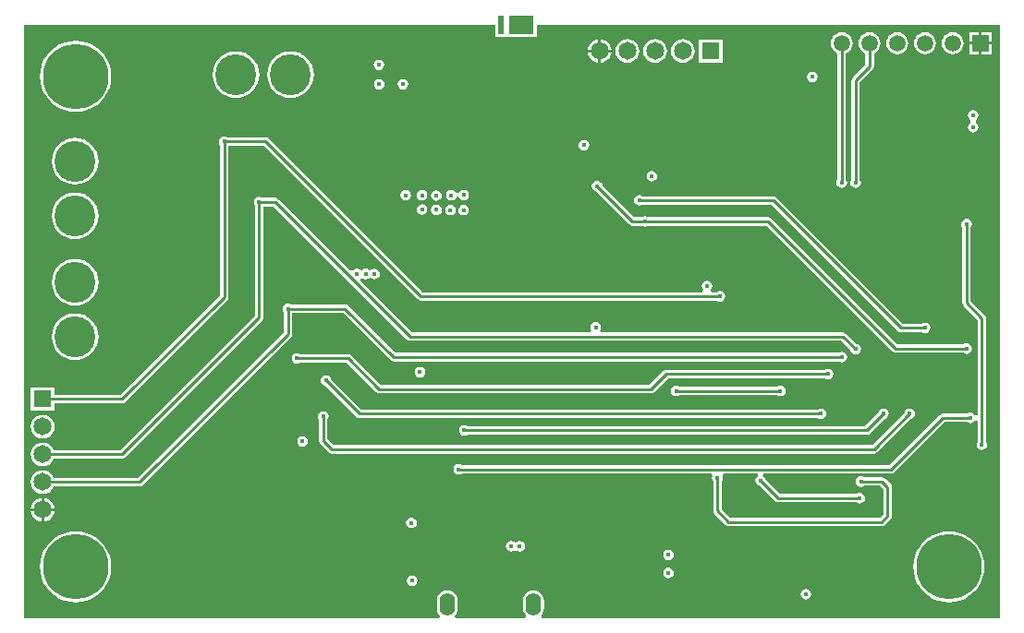
<source format=gbr>
%TF.GenerationSoftware,Altium Limited,Altium Designer,23.5.1 (21)*%
G04 Layer_Physical_Order=4*
G04 Layer_Color=16711680*
%FSLAX45Y45*%
%MOMM*%
%TF.SameCoordinates,4795B1C9-752B-4E01-904C-9C7CC4A01C22*%
%TF.FilePolarity,Positive*%
%TF.FileFunction,Copper,L4,Bot,Signal*%
%TF.Part,Single*%
G01*
G75*
%TA.AperFunction,Conductor*%
%ADD11C,0.25400*%
%TA.AperFunction,NonConductor*%
%ADD43R,0.50800X1.77800*%
%TA.AperFunction,ComponentPad*%
%ADD45C,0.46000*%
%ADD46C,1.65000*%
%ADD47R,1.65000X1.65000*%
G04:AMPARAMS|DCode=48|XSize=2.1mm|YSize=1.4mm|CornerRadius=0.7mm|HoleSize=0mm|Usage=FLASHONLY|Rotation=90.000|XOffset=0mm|YOffset=0mm|HoleType=Round|Shape=RoundedRectangle|*
%AMROUNDEDRECTD48*
21,1,2.10000,0.00000,0,0,90.0*
21,1,0.70000,1.40000,0,0,90.0*
1,1,1.40000,0.00000,0.35000*
1,1,1.40000,0.00000,-0.35000*
1,1,1.40000,0.00000,-0.35000*
1,1,1.40000,0.00000,0.35000*
%
%ADD48ROUNDEDRECTD48*%
%ADD49C,6.00000*%
%ADD50C,1.50000*%
%ADD51R,1.50000X1.50000*%
%ADD52C,3.75000*%
%ADD53R,1.65000X1.65000*%
%TA.AperFunction,ViaPad*%
%ADD54C,0.45000*%
%TA.AperFunction,Conductor*%
%ADD58R,2.28600X1.77800*%
G36*
X8969414Y30586D02*
X4772403D01*
X4765949Y44181D01*
X4764677Y50906D01*
X4778782Y69288D01*
X4788395Y92495D01*
X4791673Y117400D01*
Y187400D01*
X4788395Y212305D01*
X4778782Y235512D01*
X4763490Y255440D01*
X4743562Y270732D01*
X4720355Y280345D01*
X4695450Y283623D01*
X4670546Y280345D01*
X4647338Y270732D01*
X4627410Y255440D01*
X4612119Y235512D01*
X4602506Y212305D01*
X4599227Y187400D01*
Y117400D01*
X4602506Y92495D01*
X4612119Y69288D01*
X4626223Y50906D01*
X4624951Y44181D01*
X4618497Y30586D01*
X3982404D01*
X3975949Y44181D01*
X3974677Y50906D01*
X3988782Y69288D01*
X3998395Y92495D01*
X4001673Y117400D01*
Y187400D01*
X3998395Y212305D01*
X3988782Y235512D01*
X3973490Y255440D01*
X3953562Y270732D01*
X3930355Y280345D01*
X3905450Y283623D01*
X3880546Y280345D01*
X3857338Y270732D01*
X3837410Y255440D01*
X3822119Y235512D01*
X3812506Y212305D01*
X3809227Y187400D01*
Y117400D01*
X3812506Y92495D01*
X3822119Y69288D01*
X3836223Y50906D01*
X3834951Y44181D01*
X3828497Y30586D01*
X30586D01*
Y5469413D01*
X4342902D01*
Y5384800D01*
X4343400Y5382298D01*
Y5359400D01*
X4366298D01*
X4368800Y5358902D01*
X4419600D01*
X4422102Y5359400D01*
X4724400D01*
Y5469413D01*
X8969414D01*
Y30586D01*
D02*
G37*
%LPC*%
G36*
X8890010Y5403920D02*
X8802312D01*
Y5316220D01*
X8890010D01*
Y5403920D01*
D02*
G37*
G36*
X8776912D02*
X8689210D01*
Y5316220D01*
X8776912D01*
Y5403920D01*
D02*
G37*
G36*
X5313680Y5339559D02*
Y5245100D01*
X5408139D01*
X5406103Y5260568D01*
X5395231Y5286815D01*
X5377935Y5309355D01*
X5355395Y5326651D01*
X5329148Y5337523D01*
X5313680Y5339559D01*
D02*
G37*
G36*
X5288280D02*
X5272812Y5337523D01*
X5246565Y5326651D01*
X5224025Y5309355D01*
X5206729Y5286815D01*
X5195857Y5260568D01*
X5193821Y5245100D01*
X5288280D01*
Y5339559D01*
D02*
G37*
G36*
X8890010Y5290820D02*
X8802312D01*
Y5203120D01*
X8890010D01*
Y5290820D01*
D02*
G37*
G36*
X8776912D02*
X8689210D01*
Y5203120D01*
X8776912D01*
Y5290820D01*
D02*
G37*
G36*
X8535610Y5404786D02*
X8509401Y5401336D01*
X8484977Y5391219D01*
X8464004Y5375126D01*
X8447911Y5354153D01*
X8437795Y5329730D01*
X8434344Y5303520D01*
X8437795Y5277310D01*
X8447911Y5252887D01*
X8464004Y5231914D01*
X8484977Y5215821D01*
X8509401Y5205704D01*
X8535610Y5202254D01*
X8561820Y5205704D01*
X8586243Y5215821D01*
X8607216Y5231914D01*
X8623309Y5252887D01*
X8633426Y5277310D01*
X8636877Y5303520D01*
X8633426Y5329730D01*
X8623309Y5354153D01*
X8607216Y5375126D01*
X8586243Y5391219D01*
X8561820Y5401336D01*
X8535610Y5404786D01*
D02*
G37*
G36*
X8281610D02*
X8255401Y5401336D01*
X8230977Y5391219D01*
X8210004Y5375126D01*
X8193911Y5354153D01*
X8183795Y5329730D01*
X8180344Y5303520D01*
X8183795Y5277310D01*
X8193911Y5252887D01*
X8210004Y5231914D01*
X8230977Y5215821D01*
X8255401Y5205704D01*
X8281610Y5202254D01*
X8307820Y5205704D01*
X8332243Y5215821D01*
X8353216Y5231914D01*
X8369309Y5252887D01*
X8379426Y5277310D01*
X8382877Y5303520D01*
X8379426Y5329730D01*
X8369309Y5354153D01*
X8353216Y5375126D01*
X8332243Y5391219D01*
X8307820Y5401336D01*
X8281610Y5404786D01*
D02*
G37*
G36*
X8027610D02*
X8001401Y5401336D01*
X7976977Y5391219D01*
X7956004Y5375126D01*
X7939911Y5354153D01*
X7929795Y5329730D01*
X7926344Y5303520D01*
X7929795Y5277310D01*
X7939911Y5252887D01*
X7956004Y5231914D01*
X7976977Y5215821D01*
X8001401Y5205704D01*
X8027610Y5202254D01*
X8053820Y5205704D01*
X8078243Y5215821D01*
X8099216Y5231914D01*
X8115309Y5252887D01*
X8125426Y5277310D01*
X8128877Y5303520D01*
X8125426Y5329730D01*
X8115309Y5354153D01*
X8099216Y5375126D01*
X8078243Y5391219D01*
X8053820Y5401336D01*
X8027610Y5404786D01*
D02*
G37*
G36*
X5408139Y5219700D02*
X5313680D01*
Y5125241D01*
X5329148Y5127277D01*
X5355395Y5138149D01*
X5377935Y5155445D01*
X5395231Y5177985D01*
X5406103Y5204232D01*
X5408139Y5219700D01*
D02*
G37*
G36*
X5288280D02*
X5193821D01*
X5195857Y5204232D01*
X5206729Y5177985D01*
X5224025Y5155445D01*
X5246565Y5138149D01*
X5272812Y5127277D01*
X5288280Y5125241D01*
Y5219700D01*
D02*
G37*
G36*
X6424880Y5340300D02*
X6209080D01*
Y5124500D01*
X6424880D01*
Y5340300D01*
D02*
G37*
G36*
X6062980Y5341231D02*
X6034812Y5337523D01*
X6008565Y5326651D01*
X5986025Y5309355D01*
X5968729Y5286815D01*
X5957857Y5260568D01*
X5954149Y5232400D01*
X5957857Y5204232D01*
X5968729Y5177985D01*
X5986025Y5155445D01*
X6008565Y5138149D01*
X6034812Y5127277D01*
X6062980Y5123569D01*
X6091148Y5127277D01*
X6117395Y5138149D01*
X6139935Y5155445D01*
X6157231Y5177985D01*
X6168103Y5204232D01*
X6171811Y5232400D01*
X6168103Y5260568D01*
X6157231Y5286815D01*
X6139935Y5309355D01*
X6117395Y5326651D01*
X6091148Y5337523D01*
X6062980Y5341231D01*
D02*
G37*
G36*
X5808980D02*
X5780812Y5337523D01*
X5754565Y5326651D01*
X5732025Y5309355D01*
X5714729Y5286815D01*
X5703857Y5260568D01*
X5700149Y5232400D01*
X5703857Y5204232D01*
X5714729Y5177985D01*
X5732025Y5155445D01*
X5754565Y5138149D01*
X5780812Y5127277D01*
X5808980Y5123569D01*
X5837148Y5127277D01*
X5863395Y5138149D01*
X5885935Y5155445D01*
X5903231Y5177985D01*
X5914103Y5204232D01*
X5917811Y5232400D01*
X5914103Y5260568D01*
X5903231Y5286815D01*
X5885935Y5309355D01*
X5863395Y5326651D01*
X5837148Y5337523D01*
X5808980Y5341231D01*
D02*
G37*
G36*
X5554980D02*
X5526812Y5337523D01*
X5500565Y5326651D01*
X5478025Y5309355D01*
X5460729Y5286815D01*
X5449857Y5260568D01*
X5446149Y5232400D01*
X5449857Y5204232D01*
X5460729Y5177985D01*
X5478025Y5155445D01*
X5500565Y5138149D01*
X5526812Y5127277D01*
X5554980Y5123569D01*
X5583148Y5127277D01*
X5609395Y5138149D01*
X5631935Y5155445D01*
X5649231Y5177985D01*
X5660103Y5204232D01*
X5663811Y5232400D01*
X5660103Y5260568D01*
X5649231Y5286815D01*
X5631935Y5309355D01*
X5609395Y5326651D01*
X5583148Y5337523D01*
X5554980Y5341231D01*
D02*
G37*
G36*
X3278853Y5154238D02*
X3260164Y5150521D01*
X3244320Y5139934D01*
X3233733Y5124090D01*
X3230015Y5105400D01*
X3233733Y5086710D01*
X3244320Y5070866D01*
X3260164Y5060279D01*
X3278853Y5056562D01*
X3297543Y5060279D01*
X3313387Y5070866D01*
X3323974Y5086710D01*
X3327692Y5105400D01*
X3323974Y5124090D01*
X3313387Y5139934D01*
X3297543Y5150521D01*
X3278853Y5154238D01*
D02*
G37*
G36*
X7249160Y5042478D02*
X7230470Y5038761D01*
X7214626Y5028174D01*
X7204039Y5012330D01*
X7200322Y4993640D01*
X7204039Y4974950D01*
X7214626Y4959106D01*
X7230470Y4948519D01*
X7249160Y4944802D01*
X7267850Y4948519D01*
X7283694Y4959106D01*
X7294281Y4974950D01*
X7297998Y4993640D01*
X7294281Y5012330D01*
X7283694Y5028174D01*
X7267850Y5038761D01*
X7249160Y5042478D01*
D02*
G37*
G36*
X3499588Y4976438D02*
X3480898Y4972721D01*
X3465054Y4962134D01*
X3454467Y4946290D01*
X3450749Y4927600D01*
X3454467Y4908910D01*
X3465054Y4893066D01*
X3480898Y4882479D01*
X3499588Y4878762D01*
X3518277Y4882479D01*
X3534121Y4893066D01*
X3544708Y4908910D01*
X3548426Y4927600D01*
X3544708Y4946290D01*
X3534121Y4962134D01*
X3518277Y4972721D01*
X3499588Y4976438D01*
D02*
G37*
G36*
X3281107D02*
X3262417Y4972721D01*
X3246573Y4962134D01*
X3235986Y4946290D01*
X3232269Y4927600D01*
X3235986Y4908910D01*
X3246573Y4893066D01*
X3262417Y4882479D01*
X3281107Y4878762D01*
X3299797Y4882479D01*
X3315641Y4893066D01*
X3326228Y4908910D01*
X3329945Y4927600D01*
X3326228Y4946290D01*
X3315641Y4962134D01*
X3299797Y4972721D01*
X3281107Y4976438D01*
D02*
G37*
G36*
X2468500Y5230430D02*
X2426764Y5226319D01*
X2386633Y5214146D01*
X2349647Y5194376D01*
X2317229Y5167771D01*
X2290624Y5135353D01*
X2270854Y5098368D01*
X2258681Y5058236D01*
X2254570Y5016500D01*
X2258681Y4974764D01*
X2270854Y4934632D01*
X2290624Y4897647D01*
X2317229Y4865229D01*
X2349647Y4838624D01*
X2386633Y4818854D01*
X2426764Y4806681D01*
X2468500Y4802570D01*
X2510236Y4806681D01*
X2550368Y4818854D01*
X2587353Y4838624D01*
X2619771Y4865229D01*
X2646376Y4897647D01*
X2666146Y4934632D01*
X2678320Y4974764D01*
X2682430Y5016500D01*
X2678320Y5058236D01*
X2666146Y5098368D01*
X2646376Y5135353D01*
X2619771Y5167771D01*
X2587353Y5194376D01*
X2550368Y5214146D01*
X2510236Y5226319D01*
X2468500Y5230430D01*
D02*
G37*
G36*
X1968500D02*
X1926764Y5226319D01*
X1886632Y5214146D01*
X1849647Y5194376D01*
X1817229Y5167771D01*
X1790624Y5135353D01*
X1770854Y5098368D01*
X1758681Y5058236D01*
X1754570Y5016500D01*
X1758681Y4974764D01*
X1770854Y4934632D01*
X1790624Y4897647D01*
X1817229Y4865229D01*
X1849647Y4838624D01*
X1886632Y4818854D01*
X1926764Y4806681D01*
X1968500Y4802570D01*
X2010236Y4806681D01*
X2050368Y4818854D01*
X2087353Y4838624D01*
X2119771Y4865229D01*
X2146376Y4897647D01*
X2166146Y4934632D01*
X2178319Y4974764D01*
X2182430Y5016500D01*
X2178319Y5058236D01*
X2166146Y5098368D01*
X2146376Y5135353D01*
X2119771Y5167771D01*
X2087353Y5194376D01*
X2050368Y5214146D01*
X2010236Y5226319D01*
X1968500Y5230430D01*
D02*
G37*
G36*
X500000Y5326406D02*
X448939Y5322387D01*
X399135Y5310431D01*
X351815Y5290830D01*
X308143Y5264068D01*
X269196Y5230804D01*
X235932Y5191857D01*
X209170Y5148185D01*
X189569Y5100865D01*
X177613Y5051061D01*
X173594Y5000000D01*
X177613Y4948939D01*
X189569Y4899135D01*
X209170Y4851815D01*
X235932Y4808143D01*
X269196Y4769196D01*
X308143Y4735932D01*
X351815Y4709170D01*
X399135Y4689569D01*
X448939Y4677612D01*
X500000Y4673594D01*
X551061Y4677612D01*
X600865Y4689569D01*
X648185Y4709170D01*
X691857Y4735932D01*
X730804Y4769196D01*
X764068Y4808143D01*
X790830Y4851815D01*
X810431Y4899135D01*
X822387Y4948939D01*
X826406Y5000000D01*
X822387Y5051061D01*
X810431Y5100865D01*
X790830Y5148185D01*
X764068Y5191857D01*
X730804Y5230804D01*
X691857Y5264068D01*
X648185Y5290830D01*
X600865Y5310431D01*
X551061Y5322387D01*
X500000Y5326406D01*
D02*
G37*
G36*
X8721889Y4689418D02*
X8703200Y4685701D01*
X8687355Y4675114D01*
X8676769Y4659270D01*
X8673051Y4640580D01*
X8676769Y4621890D01*
X8687355Y4606046D01*
X8698605Y4598529D01*
X8700083Y4592255D01*
Y4582225D01*
X8698605Y4575951D01*
X8687355Y4568434D01*
X8676769Y4552590D01*
X8673051Y4533900D01*
X8676769Y4515210D01*
X8687355Y4499366D01*
X8703200Y4488779D01*
X8721889Y4485062D01*
X8740579Y4488779D01*
X8756423Y4499366D01*
X8767010Y4515210D01*
X8770728Y4533900D01*
X8767010Y4552590D01*
X8756423Y4568434D01*
X8745174Y4575951D01*
X8743696Y4582225D01*
Y4592255D01*
X8745174Y4598529D01*
X8756423Y4606046D01*
X8767010Y4621890D01*
X8770728Y4640580D01*
X8767010Y4659270D01*
X8756423Y4675114D01*
X8740579Y4685701D01*
X8721889Y4689418D01*
D02*
G37*
G36*
X5156200Y4417638D02*
X5137510Y4413921D01*
X5121666Y4403334D01*
X5111079Y4387490D01*
X5107362Y4368800D01*
X5111079Y4350110D01*
X5121666Y4334266D01*
X5137510Y4323679D01*
X5156200Y4319962D01*
X5174890Y4323679D01*
X5190734Y4334266D01*
X5201321Y4350110D01*
X5205038Y4368800D01*
X5201321Y4387490D01*
X5190734Y4403334D01*
X5174890Y4413921D01*
X5156200Y4417638D01*
D02*
G37*
G36*
X5778400Y4133138D02*
X5759710Y4129421D01*
X5743866Y4118834D01*
X5733279Y4102990D01*
X5729562Y4084300D01*
X5733279Y4065610D01*
X5743866Y4049766D01*
X5759710Y4039179D01*
X5778400Y4035462D01*
X5797089Y4039179D01*
X5812934Y4049766D01*
X5823521Y4065610D01*
X5827238Y4084300D01*
X5823521Y4102990D01*
X5812934Y4118834D01*
X5797089Y4129421D01*
X5778400Y4133138D01*
D02*
G37*
G36*
X495300Y4435030D02*
X453564Y4430920D01*
X413432Y4418746D01*
X376447Y4398976D01*
X344029Y4372371D01*
X317424Y4339953D01*
X297654Y4302968D01*
X285481Y4262836D01*
X281370Y4221100D01*
X285481Y4179364D01*
X297654Y4139233D01*
X317424Y4102247D01*
X344029Y4069829D01*
X376447Y4043224D01*
X413432Y4023454D01*
X453564Y4011281D01*
X495300Y4007170D01*
X537036Y4011281D01*
X577168Y4023454D01*
X614153Y4043224D01*
X646571Y4069829D01*
X673176Y4102247D01*
X692946Y4139233D01*
X705119Y4179364D01*
X709230Y4221100D01*
X705119Y4262836D01*
X692946Y4302968D01*
X673176Y4339953D01*
X646571Y4372371D01*
X614153Y4398976D01*
X577168Y4418746D01*
X537036Y4430920D01*
X495300Y4435030D01*
D02*
G37*
G36*
X7773610Y5404786D02*
X7747401Y5401336D01*
X7722977Y5391219D01*
X7702004Y5375126D01*
X7685911Y5354153D01*
X7675795Y5329730D01*
X7672344Y5303520D01*
X7675795Y5277310D01*
X7685911Y5252887D01*
X7702004Y5231914D01*
X7722977Y5215821D01*
X7734764Y5210939D01*
Y5104921D01*
X7617931Y4988089D01*
X7609511Y4975486D01*
X7606553Y4960620D01*
Y4053416D01*
X7600279Y4044026D01*
X7596562Y4025336D01*
X7600279Y4006647D01*
X7610866Y3990802D01*
X7626710Y3980215D01*
X7645400Y3976498D01*
X7664090Y3980215D01*
X7679934Y3990802D01*
X7690521Y4006647D01*
X7694238Y4025336D01*
X7690521Y4044026D01*
X7684247Y4053416D01*
Y4944529D01*
X7801079Y5061362D01*
X7809500Y5073964D01*
X7812457Y5088830D01*
Y5210939D01*
X7824243Y5215821D01*
X7845216Y5231914D01*
X7861309Y5252887D01*
X7871426Y5277310D01*
X7874877Y5303520D01*
X7871426Y5329730D01*
X7861309Y5354153D01*
X7845216Y5375126D01*
X7824243Y5391219D01*
X7799820Y5401336D01*
X7773610Y5404786D01*
D02*
G37*
G36*
X7519610D02*
X7493401Y5401336D01*
X7468977Y5391219D01*
X7448004Y5375126D01*
X7431911Y5354153D01*
X7421795Y5329730D01*
X7418344Y5303520D01*
X7421795Y5277310D01*
X7431911Y5252887D01*
X7448004Y5231914D01*
X7468977Y5215821D01*
X7480159Y5211189D01*
Y4054321D01*
X7473279Y4044026D01*
X7469562Y4025336D01*
X7473279Y4006647D01*
X7483866Y3990802D01*
X7499710Y3980215D01*
X7518400Y3976498D01*
X7537090Y3980215D01*
X7552934Y3990802D01*
X7563521Y4006647D01*
X7567238Y4025336D01*
X7563521Y4044026D01*
X7557852Y4052510D01*
Y5210688D01*
X7570243Y5215821D01*
X7591216Y5231914D01*
X7607309Y5252887D01*
X7617426Y5277310D01*
X7620877Y5303520D01*
X7617426Y5329730D01*
X7607309Y5354153D01*
X7591216Y5375126D01*
X7570243Y5391219D01*
X7545820Y5401336D01*
X7519610Y5404786D01*
D02*
G37*
G36*
X4053840Y3959640D02*
X4035150Y3955923D01*
X4019306Y3945336D01*
X4008719Y3929492D01*
X4008146Y3926609D01*
X3987428D01*
X3987201Y3927750D01*
X3976614Y3943594D01*
X3960770Y3954181D01*
X3942080Y3957898D01*
X3923390Y3954181D01*
X3907546Y3943594D01*
X3896959Y3927750D01*
X3893242Y3909060D01*
X3896959Y3890370D01*
X3907546Y3874526D01*
X3923390Y3863939D01*
X3942080Y3860222D01*
X3960770Y3863939D01*
X3976614Y3874526D01*
X3987201Y3890370D01*
X3987774Y3893253D01*
X4008492D01*
X4008719Y3892112D01*
X4019306Y3876268D01*
X4035150Y3865681D01*
X4053840Y3861964D01*
X4072530Y3865681D01*
X4088374Y3876268D01*
X4098961Y3892112D01*
X4102678Y3910802D01*
X4098961Y3929492D01*
X4088374Y3945336D01*
X4072530Y3955923D01*
X4053840Y3959640D01*
D02*
G37*
G36*
X3672840Y3957898D02*
X3654150Y3954181D01*
X3638306Y3943594D01*
X3627719Y3927750D01*
X3624002Y3909060D01*
X3627719Y3890370D01*
X3638306Y3874526D01*
X3654150Y3863939D01*
X3672840Y3860222D01*
X3691530Y3863939D01*
X3707374Y3874526D01*
X3717961Y3890370D01*
X3721678Y3909060D01*
X3717961Y3927750D01*
X3707374Y3943594D01*
X3691530Y3954181D01*
X3672840Y3957898D01*
D02*
G37*
G36*
X3522980D02*
X3504290Y3954181D01*
X3488446Y3943594D01*
X3477859Y3927750D01*
X3474142Y3909060D01*
X3477859Y3890370D01*
X3488446Y3874526D01*
X3504290Y3863939D01*
X3522980Y3860222D01*
X3541670Y3863939D01*
X3557514Y3874526D01*
X3568101Y3890370D01*
X3571818Y3909060D01*
X3568101Y3927750D01*
X3557514Y3943594D01*
X3541670Y3954181D01*
X3522980Y3957898D01*
D02*
G37*
G36*
X3804920Y3955358D02*
X3786230Y3951641D01*
X3770386Y3941054D01*
X3759799Y3925210D01*
X3756082Y3906520D01*
X3759799Y3887830D01*
X3770386Y3871986D01*
X3786230Y3861399D01*
X3804920Y3857682D01*
X3823610Y3861399D01*
X3839454Y3871986D01*
X3850041Y3887830D01*
X3853758Y3906520D01*
X3850041Y3925210D01*
X3839454Y3941054D01*
X3823610Y3951641D01*
X3804920Y3955358D01*
D02*
G37*
G36*
X3672840Y3826632D02*
X3654150Y3822915D01*
X3638306Y3812328D01*
X3627719Y3796483D01*
X3624002Y3777794D01*
X3627719Y3759104D01*
X3638306Y3743260D01*
X3654150Y3732673D01*
X3672840Y3728955D01*
X3691530Y3732673D01*
X3707374Y3743260D01*
X3717961Y3759104D01*
X3721678Y3777794D01*
X3717961Y3796483D01*
X3707374Y3812328D01*
X3691530Y3822915D01*
X3672840Y3826632D01*
D02*
G37*
G36*
X3804920Y3823278D02*
X3786230Y3819561D01*
X3770386Y3808974D01*
X3759799Y3793130D01*
X3756082Y3774440D01*
X3759799Y3755750D01*
X3770386Y3739906D01*
X3786230Y3729319D01*
X3804920Y3725602D01*
X3823610Y3729319D01*
X3839454Y3739906D01*
X3850041Y3755750D01*
X3853758Y3774440D01*
X3850041Y3793130D01*
X3839454Y3808974D01*
X3823610Y3819561D01*
X3804920Y3823278D01*
D02*
G37*
G36*
X4053840Y3821236D02*
X4035150Y3817518D01*
X4019306Y3806931D01*
X4008719Y3791087D01*
X4005002Y3772398D01*
X4008719Y3753708D01*
X4019306Y3737864D01*
X4035150Y3727277D01*
X4053840Y3723559D01*
X4072530Y3727277D01*
X4088374Y3737864D01*
X4098961Y3753708D01*
X4102678Y3772398D01*
X4098961Y3791087D01*
X4088374Y3806931D01*
X4072530Y3817518D01*
X4053840Y3821236D01*
D02*
G37*
G36*
X3934460D02*
X3915770Y3817518D01*
X3899926Y3806931D01*
X3889339Y3791087D01*
X3885622Y3772398D01*
X3889339Y3753708D01*
X3899926Y3737864D01*
X3915770Y3727277D01*
X3934460Y3723559D01*
X3953150Y3727277D01*
X3968994Y3737864D01*
X3979581Y3753708D01*
X3983298Y3772398D01*
X3979581Y3791087D01*
X3968994Y3806931D01*
X3953150Y3817518D01*
X3934460Y3821236D01*
D02*
G37*
G36*
X495300Y3935030D02*
X453564Y3930919D01*
X413432Y3918746D01*
X376447Y3898976D01*
X344029Y3872371D01*
X317424Y3839953D01*
X297654Y3802968D01*
X285481Y3762836D01*
X281370Y3721100D01*
X285481Y3679364D01*
X297654Y3639232D01*
X317424Y3602247D01*
X344029Y3569829D01*
X376447Y3543224D01*
X413432Y3523454D01*
X453564Y3511281D01*
X495300Y3507170D01*
X537036Y3511281D01*
X577168Y3523454D01*
X614153Y3543224D01*
X646571Y3569829D01*
X673176Y3602247D01*
X692946Y3639232D01*
X705119Y3679364D01*
X709230Y3721100D01*
X705119Y3762836D01*
X692946Y3802968D01*
X673176Y3839953D01*
X646571Y3872371D01*
X614153Y3898976D01*
X577168Y3918746D01*
X537036Y3930919D01*
X495300Y3935030D01*
D02*
G37*
G36*
X2181800Y3894338D02*
X2163110Y3890621D01*
X2147266Y3880034D01*
X2136679Y3864190D01*
X2132962Y3845500D01*
X2136679Y3826810D01*
X2142954Y3817420D01*
Y2807491D01*
X905459Y1569997D01*
X298349D01*
X291901Y1585566D01*
X274605Y1608105D01*
X252066Y1625401D01*
X225818Y1636273D01*
X197650Y1639981D01*
X169483Y1636273D01*
X143235Y1625401D01*
X120695Y1608105D01*
X103400Y1585566D01*
X92527Y1559318D01*
X88819Y1531150D01*
X92527Y1502983D01*
X103400Y1476735D01*
X120695Y1454195D01*
X143235Y1436900D01*
X169483Y1426027D01*
X197650Y1422319D01*
X225818Y1426027D01*
X252066Y1436900D01*
X274605Y1454195D01*
X291901Y1476735D01*
X298349Y1492304D01*
X921550D01*
X936416Y1495261D01*
X949019Y1503682D01*
X2209269Y2763931D01*
X2217689Y2776534D01*
X2220647Y2791400D01*
Y3806654D01*
X2313808D01*
X3536450Y2584011D01*
X3549053Y2575590D01*
X3563919Y2572633D01*
X7514649D01*
X7598076Y2489207D01*
X7600279Y2478130D01*
X7610866Y2462286D01*
X7626710Y2451699D01*
X7645400Y2447982D01*
X7664090Y2451699D01*
X7679934Y2462286D01*
X7690521Y2478130D01*
X7694238Y2496820D01*
X7690521Y2515510D01*
X7679934Y2531354D01*
X7664090Y2541941D01*
X7653013Y2544144D01*
X7558209Y2638948D01*
X7545606Y2647369D01*
X7530740Y2650326D01*
X5314379D01*
X5304620Y2670646D01*
X5310062Y2678790D01*
X5313779Y2697480D01*
X5310062Y2716170D01*
X5299475Y2732014D01*
X5283631Y2742601D01*
X5264941Y2746318D01*
X5246251Y2742601D01*
X5230407Y2732014D01*
X5219820Y2716170D01*
X5216103Y2697480D01*
X5219820Y2678790D01*
X5225262Y2670646D01*
X5215503Y2650326D01*
X3580009D01*
X3106448Y3123888D01*
X3109937Y3144114D01*
X3126859Y3149529D01*
X3137260Y3142579D01*
X3155949Y3138862D01*
X3174639Y3142579D01*
X3181985Y3147488D01*
X3203966Y3151166D01*
X3219810Y3140579D01*
X3238500Y3136862D01*
X3257190Y3140579D01*
X3273034Y3151166D01*
X3283621Y3167010D01*
X3287338Y3185700D01*
X3283621Y3204390D01*
X3273034Y3220234D01*
X3257190Y3230821D01*
X3238500Y3234538D01*
X3219810Y3230821D01*
X3212464Y3225912D01*
X3190483Y3222234D01*
X3174639Y3232821D01*
X3155949Y3236538D01*
X3137260Y3232821D01*
X3128991Y3227295D01*
X3114675Y3223854D01*
X3100359Y3227295D01*
X3092090Y3232821D01*
X3073400Y3236538D01*
X3054710Y3232821D01*
X3038866Y3222234D01*
X3038054Y3221019D01*
X3011894Y3218442D01*
X2357367Y3872969D01*
X2344764Y3881389D01*
X2329899Y3884347D01*
X2209880D01*
X2200490Y3890621D01*
X2181800Y3894338D01*
D02*
G37*
G36*
X1860910Y4450059D02*
X1842221Y4446342D01*
X1826377Y4435755D01*
X1815790Y4419910D01*
X1812072Y4401221D01*
X1815790Y4382531D01*
X1822064Y4373141D01*
Y2989051D01*
X911009Y2077997D01*
X305550D01*
Y2147050D01*
X89750D01*
Y1931250D01*
X305550D01*
Y2000304D01*
X927100D01*
X941966Y2003261D01*
X954569Y2011682D01*
X1888379Y2945492D01*
X1896800Y2958095D01*
X1899757Y2972961D01*
Y4362374D01*
X2224789D01*
X3634131Y2953031D01*
X3646734Y2944611D01*
X3661600Y2941654D01*
X6372720D01*
X6382110Y2935379D01*
X6400800Y2931662D01*
X6419490Y2935379D01*
X6435334Y2945966D01*
X6445921Y2961810D01*
X6449638Y2980500D01*
X6445921Y2999190D01*
X6435334Y3015034D01*
X6419490Y3025621D01*
X6400800Y3029338D01*
X6382110Y3025621D01*
X6372720Y3019347D01*
X6325508D01*
X6319194Y3039566D01*
X6329781Y3055410D01*
X6333498Y3074100D01*
X6329781Y3092790D01*
X6319194Y3108634D01*
X6303350Y3119221D01*
X6284660Y3122938D01*
X6265970Y3119221D01*
X6250126Y3108634D01*
X6239539Y3092790D01*
X6235822Y3074100D01*
X6239539Y3055410D01*
X6250126Y3039566D01*
X6243812Y3019347D01*
X3677691D01*
X2268348Y4428689D01*
X2255745Y4437110D01*
X2240879Y4440067D01*
X1888990D01*
X1879600Y4446342D01*
X1860910Y4450059D01*
D02*
G37*
G36*
X495300Y3325430D02*
X453564Y3321319D01*
X413432Y3309146D01*
X376447Y3289376D01*
X344029Y3262771D01*
X317424Y3230353D01*
X297654Y3193368D01*
X285481Y3153236D01*
X281370Y3111500D01*
X285481Y3069764D01*
X297654Y3029632D01*
X317424Y2992647D01*
X344029Y2960229D01*
X376447Y2933624D01*
X413432Y2913854D01*
X453564Y2901681D01*
X495300Y2897570D01*
X537036Y2901681D01*
X577168Y2913854D01*
X614153Y2933624D01*
X646571Y2960229D01*
X673176Y2992647D01*
X692946Y3029632D01*
X705119Y3069764D01*
X709230Y3111500D01*
X705119Y3153236D01*
X692946Y3193368D01*
X673176Y3230353D01*
X646571Y3262771D01*
X614153Y3289376D01*
X577168Y3309146D01*
X537036Y3321319D01*
X495300Y3325430D01*
D02*
G37*
G36*
X5664100Y3911135D02*
X5645410Y3907418D01*
X5629566Y3896831D01*
X5618979Y3880987D01*
X5615262Y3862297D01*
X5618979Y3843608D01*
X5629566Y3827763D01*
X5645410Y3817176D01*
X5664100Y3813459D01*
X5682789Y3817176D01*
X5692180Y3823451D01*
X6875972D01*
X8034491Y2664931D01*
X8047094Y2656511D01*
X8061960Y2653553D01*
X8252320D01*
X8261710Y2647279D01*
X8280400Y2643562D01*
X8299090Y2647279D01*
X8314934Y2657866D01*
X8325521Y2673710D01*
X8329238Y2692400D01*
X8325521Y2711090D01*
X8314934Y2726934D01*
X8299090Y2737521D01*
X8280400Y2741238D01*
X8261710Y2737521D01*
X8252320Y2731247D01*
X8078051D01*
X6919532Y3889766D01*
X6906929Y3898187D01*
X6892063Y3901144D01*
X5692180D01*
X5682789Y3907418D01*
X5664100Y3911135D01*
D02*
G37*
G36*
X5278120Y4041718D02*
X5259430Y4038001D01*
X5243586Y4027414D01*
X5232999Y4011570D01*
X5229282Y3992880D01*
X5232999Y3974190D01*
X5243586Y3958346D01*
X5259430Y3947759D01*
X5270507Y3945556D01*
X5574531Y3641531D01*
X5587134Y3633111D01*
X5602000Y3630154D01*
X5686920D01*
X5696310Y3623879D01*
X5715000Y3620162D01*
X5733690Y3623879D01*
X5743080Y3630154D01*
X6830509D01*
X7986231Y2474431D01*
X7998834Y2466011D01*
X8013700Y2463053D01*
X8633320D01*
X8642710Y2456779D01*
X8661400Y2453062D01*
X8680090Y2456779D01*
X8695934Y2467366D01*
X8706521Y2483210D01*
X8710238Y2501900D01*
X8706521Y2520590D01*
X8695934Y2536434D01*
X8680090Y2547021D01*
X8661400Y2550738D01*
X8642710Y2547021D01*
X8633320Y2540747D01*
X8029791D01*
X6874069Y3696469D01*
X6861466Y3704889D01*
X6846600Y3707847D01*
X5743080D01*
X5733690Y3714121D01*
X5715000Y3717838D01*
X5696310Y3714121D01*
X5686920Y3707847D01*
X5618091D01*
X5325444Y4000493D01*
X5323241Y4011570D01*
X5312654Y4027414D01*
X5296810Y4038001D01*
X5278120Y4041718D01*
D02*
G37*
G36*
X495300Y2825430D02*
X453564Y2821319D01*
X413432Y2809146D01*
X376447Y2789376D01*
X344029Y2762771D01*
X317424Y2730353D01*
X297654Y2693367D01*
X285481Y2653236D01*
X281370Y2611500D01*
X285481Y2569764D01*
X297654Y2529632D01*
X317424Y2492647D01*
X344029Y2460229D01*
X376447Y2433624D01*
X413432Y2413854D01*
X453564Y2401680D01*
X495300Y2397570D01*
X537036Y2401680D01*
X577168Y2413854D01*
X614153Y2433624D01*
X646571Y2460229D01*
X673176Y2492647D01*
X692946Y2529632D01*
X705119Y2569764D01*
X709230Y2611500D01*
X705119Y2653236D01*
X692946Y2693367D01*
X673176Y2730353D01*
X646571Y2762771D01*
X614153Y2789376D01*
X577168Y2809146D01*
X537036Y2821319D01*
X495300Y2825430D01*
D02*
G37*
G36*
X2446020Y2916498D02*
X2427330Y2912781D01*
X2411486Y2902194D01*
X2400899Y2886350D01*
X2397182Y2867660D01*
X2400899Y2848970D01*
X2407173Y2839580D01*
Y2652611D01*
X1070559Y1315997D01*
X298349D01*
X291901Y1331566D01*
X274605Y1354105D01*
X252066Y1371401D01*
X225818Y1382273D01*
X197650Y1385981D01*
X169483Y1382273D01*
X143235Y1371401D01*
X120695Y1354105D01*
X103400Y1331566D01*
X92527Y1305318D01*
X88819Y1277150D01*
X92527Y1248983D01*
X103400Y1222735D01*
X120695Y1200195D01*
X143235Y1182900D01*
X169483Y1172027D01*
X197650Y1168319D01*
X225818Y1172027D01*
X252066Y1182900D01*
X274605Y1200195D01*
X291901Y1222735D01*
X298349Y1238304D01*
X1086650D01*
X1101516Y1241261D01*
X1114119Y1249682D01*
X2473489Y2609051D01*
X2481909Y2621654D01*
X2484867Y2636520D01*
Y2828813D01*
X2952209D01*
X3385331Y2395691D01*
X3397934Y2387271D01*
X3412800Y2384313D01*
X7490320D01*
X7499710Y2378039D01*
X7518400Y2374322D01*
X7537090Y2378039D01*
X7552934Y2388626D01*
X7563521Y2404470D01*
X7567238Y2423160D01*
X7563521Y2441850D01*
X7552934Y2457694D01*
X7537090Y2468281D01*
X7518400Y2471998D01*
X7499710Y2468281D01*
X7490320Y2462007D01*
X3428890D01*
X2995768Y2895129D01*
X2983165Y2903549D01*
X2968300Y2906507D01*
X2474100D01*
X2464710Y2912781D01*
X2446020Y2916498D01*
D02*
G37*
G36*
X3655060Y2334838D02*
X3636370Y2331121D01*
X3620526Y2320534D01*
X3609939Y2304690D01*
X3606222Y2286000D01*
X3609939Y2267310D01*
X3620526Y2251466D01*
X3636370Y2240879D01*
X3655060Y2237162D01*
X3673750Y2240879D01*
X3689594Y2251466D01*
X3700181Y2267310D01*
X3703898Y2286000D01*
X3700181Y2304690D01*
X3689594Y2320534D01*
X3673750Y2331121D01*
X3655060Y2334838D01*
D02*
G37*
G36*
X2527300Y2461838D02*
X2508610Y2458121D01*
X2492766Y2447534D01*
X2482179Y2431690D01*
X2478462Y2413000D01*
X2482179Y2394310D01*
X2492766Y2378466D01*
X2508610Y2367879D01*
X2527300Y2364162D01*
X2545990Y2367879D01*
X2555380Y2374153D01*
X2981109D01*
X3254211Y2101051D01*
X3266814Y2092631D01*
X3281680Y2089673D01*
X5770880D01*
X5785746Y2092631D01*
X5798349Y2101051D01*
X5926671Y2229373D01*
X7363320D01*
X7372710Y2223099D01*
X7391400Y2219382D01*
X7410090Y2223099D01*
X7425934Y2233686D01*
X7436521Y2249530D01*
X7440238Y2268220D01*
X7436521Y2286910D01*
X7425934Y2302754D01*
X7410090Y2313341D01*
X7391400Y2317058D01*
X7372710Y2313341D01*
X7363320Y2307067D01*
X5910580D01*
X5895714Y2304109D01*
X5883111Y2295689D01*
X5754789Y2167367D01*
X3297771D01*
X3024669Y2440469D01*
X3012066Y2448889D01*
X2997200Y2451847D01*
X2555380D01*
X2545990Y2458121D01*
X2527300Y2461838D01*
D02*
G37*
G36*
X6957060Y2162118D02*
X6938370Y2158401D01*
X6928980Y2152127D01*
X6030100D01*
X6020710Y2158401D01*
X6002020Y2162118D01*
X5983330Y2158401D01*
X5967486Y2147814D01*
X5956899Y2131970D01*
X5953182Y2113280D01*
X5956899Y2094590D01*
X5967486Y2078746D01*
X5983330Y2068159D01*
X6002020Y2064442D01*
X6020710Y2068159D01*
X6030100Y2074433D01*
X6928980D01*
X6938370Y2068159D01*
X6957060Y2064442D01*
X6975750Y2068159D01*
X6991594Y2078746D01*
X7002181Y2094590D01*
X7005898Y2113280D01*
X7002181Y2131970D01*
X6991594Y2147814D01*
X6975750Y2158401D01*
X6957060Y2162118D01*
D02*
G37*
G36*
X8661400Y3693738D02*
X8642710Y3690021D01*
X8626866Y3679434D01*
X8616279Y3663590D01*
X8612562Y3644900D01*
X8616279Y3626210D01*
X8622553Y3616820D01*
Y2921000D01*
X8625511Y2906134D01*
X8633931Y2893531D01*
X8762253Y2765209D01*
Y1893172D01*
X8741933Y1889611D01*
X8734034Y1901434D01*
X8718190Y1912021D01*
X8699500Y1915738D01*
X8680810Y1912021D01*
X8671420Y1905747D01*
X8444454D01*
X8429588Y1902789D01*
X8416985Y1894369D01*
X7955923Y1433307D01*
X4038740D01*
X4029350Y1439581D01*
X4010660Y1443298D01*
X3991970Y1439581D01*
X3976126Y1428994D01*
X3965539Y1413150D01*
X3961822Y1394460D01*
X3965539Y1375770D01*
X3976126Y1359926D01*
X3991970Y1349339D01*
X4010660Y1345622D01*
X4029350Y1349339D01*
X4038740Y1355613D01*
X6323118D01*
X6334179Y1335593D01*
X6330462Y1316903D01*
X6334179Y1298214D01*
X6340453Y1288824D01*
Y1014640D01*
X6343410Y999774D01*
X6351831Y987172D01*
X6454611Y884391D01*
X6467214Y875971D01*
X6482080Y873013D01*
X7884160D01*
X7899026Y875971D01*
X7911629Y884391D01*
X7964969Y937731D01*
X7973389Y950334D01*
X7976347Y965200D01*
Y1232229D01*
X7973389Y1247096D01*
X7964969Y1259698D01*
X7914498Y1310169D01*
X7901895Y1318589D01*
X7887029Y1321547D01*
X7722318D01*
X7712928Y1327821D01*
X7694238Y1331538D01*
X7675549Y1327821D01*
X7659705Y1317234D01*
X7649118Y1301390D01*
X7645400Y1282700D01*
X7649118Y1264010D01*
X7659705Y1248166D01*
X7675549Y1237579D01*
X7694238Y1233862D01*
X7712928Y1237579D01*
X7722318Y1243853D01*
X7870939D01*
X7898653Y1216139D01*
Y981291D01*
X7868069Y950707D01*
X6498171D01*
X6418146Y1030731D01*
Y1288824D01*
X6424421Y1298214D01*
X6428138Y1316903D01*
X6424421Y1335593D01*
X6435482Y1355613D01*
X6748956D01*
X6751312Y1349048D01*
X6752336Y1335293D01*
X6739646Y1326814D01*
X6729059Y1310970D01*
X6725342Y1292280D01*
X6729059Y1273591D01*
X6739646Y1257746D01*
X6755490Y1247159D01*
X6766567Y1244956D01*
X6908692Y1102831D01*
X6921294Y1094411D01*
X6936160Y1091453D01*
X7655420D01*
X7664810Y1085179D01*
X7683500Y1081462D01*
X7702190Y1085179D01*
X7718034Y1095766D01*
X7728621Y1111610D01*
X7732338Y1130300D01*
X7728621Y1148990D01*
X7718034Y1164834D01*
X7702190Y1175421D01*
X7683500Y1179138D01*
X7664810Y1175421D01*
X7655420Y1169147D01*
X6952251D01*
X6821504Y1299893D01*
X6819301Y1310970D01*
X6808714Y1326814D01*
X6796024Y1335293D01*
X6797048Y1349048D01*
X6799404Y1355613D01*
X7972014D01*
X7986879Y1358571D01*
X7999482Y1366991D01*
X8460544Y1828053D01*
X8671420D01*
X8680810Y1821779D01*
X8699500Y1818062D01*
X8718190Y1821779D01*
X8734034Y1832366D01*
X8741933Y1844189D01*
X8762253Y1840628D01*
Y1646060D01*
X8755979Y1636670D01*
X8752262Y1617980D01*
X8755979Y1599290D01*
X8766566Y1583446D01*
X8782410Y1572859D01*
X8801100Y1569142D01*
X8819790Y1572859D01*
X8835634Y1583446D01*
X8846221Y1599290D01*
X8849938Y1617980D01*
X8846221Y1636670D01*
X8839947Y1646060D01*
Y2781300D01*
X8836989Y2796166D01*
X8828569Y2808769D01*
X8700247Y2937091D01*
Y3616820D01*
X8706521Y3626210D01*
X8710238Y3644900D01*
X8706521Y3663590D01*
X8695934Y3679434D01*
X8680090Y3690021D01*
X8661400Y3693738D01*
D02*
G37*
G36*
X2794000Y2258638D02*
X2775310Y2254921D01*
X2759466Y2244334D01*
X2748879Y2228490D01*
X2745162Y2209800D01*
X2748879Y2191110D01*
X2759466Y2175266D01*
X2775310Y2164679D01*
X2786387Y2162476D01*
X3071331Y1877531D01*
X3083934Y1869111D01*
X3098800Y1866153D01*
X7299820D01*
X7309210Y1859879D01*
X7327900Y1856162D01*
X7346590Y1859879D01*
X7362434Y1870466D01*
X7373021Y1886310D01*
X7376738Y1905000D01*
X7373021Y1923690D01*
X7362434Y1939534D01*
X7346590Y1950121D01*
X7327900Y1953838D01*
X7309210Y1950121D01*
X7299820Y1943847D01*
X3114891D01*
X2841324Y2217413D01*
X2839121Y2228490D01*
X2828534Y2244334D01*
X2812690Y2254921D01*
X2794000Y2258638D01*
D02*
G37*
G36*
X7901600Y1953838D02*
X7882911Y1950121D01*
X7867066Y1939534D01*
X7856479Y1923690D01*
X7854276Y1912613D01*
X7733110Y1791447D01*
X4089540D01*
X4080150Y1797721D01*
X4061460Y1801438D01*
X4042770Y1797721D01*
X4026926Y1787134D01*
X4016339Y1771290D01*
X4012622Y1752600D01*
X4016339Y1733910D01*
X4026926Y1718066D01*
X4042770Y1707479D01*
X4061460Y1703762D01*
X4080150Y1707479D01*
X4089540Y1713753D01*
X7749200D01*
X7764066Y1716711D01*
X7776669Y1725131D01*
X7909213Y1857676D01*
X7920290Y1859879D01*
X7936134Y1870466D01*
X7946721Y1886310D01*
X7950439Y1905000D01*
X7946721Y1923690D01*
X7936134Y1939534D01*
X7920290Y1950121D01*
X7901600Y1953838D01*
D02*
G37*
G36*
X197650Y1893981D02*
X169483Y1890273D01*
X143235Y1879401D01*
X120695Y1862105D01*
X103400Y1839566D01*
X92527Y1813318D01*
X88819Y1785150D01*
X92527Y1756983D01*
X103400Y1730735D01*
X120695Y1708195D01*
X143235Y1690900D01*
X169483Y1680027D01*
X197650Y1676319D01*
X225818Y1680027D01*
X252066Y1690900D01*
X274605Y1708195D01*
X291901Y1730735D01*
X302773Y1756983D01*
X306481Y1785150D01*
X302773Y1813318D01*
X291901Y1839566D01*
X274605Y1862105D01*
X252066Y1879401D01*
X225818Y1890273D01*
X197650Y1893981D01*
D02*
G37*
G36*
X8140700Y1953838D02*
X8122010Y1950121D01*
X8106166Y1939534D01*
X8095579Y1923690D01*
X8093376Y1912613D01*
X7797229Y1616466D01*
X2861131D01*
X2807447Y1670151D01*
Y1851520D01*
X2813721Y1860910D01*
X2817438Y1879600D01*
X2813721Y1898290D01*
X2803134Y1914134D01*
X2787290Y1924721D01*
X2768600Y1928438D01*
X2749910Y1924721D01*
X2734066Y1914134D01*
X2723479Y1898290D01*
X2719762Y1879600D01*
X2723479Y1860910D01*
X2729753Y1851520D01*
Y1654060D01*
X2732711Y1639194D01*
X2741131Y1626591D01*
X2817572Y1550151D01*
X2830174Y1541730D01*
X2845040Y1538773D01*
X7813319D01*
X7828185Y1541730D01*
X7840788Y1550151D01*
X8148313Y1857676D01*
X8159389Y1859879D01*
X8175234Y1870466D01*
X8185821Y1886310D01*
X8189538Y1905000D01*
X8185821Y1923690D01*
X8175234Y1939534D01*
X8159389Y1950121D01*
X8140700Y1953838D01*
D02*
G37*
G36*
X2578100Y1699838D02*
X2559410Y1696121D01*
X2543566Y1685534D01*
X2532979Y1669690D01*
X2529262Y1651000D01*
X2532979Y1632310D01*
X2543566Y1616466D01*
X2559410Y1605879D01*
X2578100Y1602162D01*
X2596790Y1605879D01*
X2612634Y1616466D01*
X2623221Y1632310D01*
X2626938Y1651000D01*
X2623221Y1669690D01*
X2612634Y1685534D01*
X2596790Y1696121D01*
X2578100Y1699838D01*
D02*
G37*
G36*
X210350Y1130309D02*
Y1035851D01*
X304809D01*
X302773Y1051318D01*
X291901Y1077566D01*
X274605Y1100105D01*
X252066Y1117401D01*
X225818Y1128273D01*
X210350Y1130309D01*
D02*
G37*
G36*
X184950D02*
X169483Y1128273D01*
X143235Y1117401D01*
X120695Y1100105D01*
X103400Y1077566D01*
X92527Y1051318D01*
X90491Y1035851D01*
X184950D01*
Y1130309D01*
D02*
G37*
G36*
X304809Y1010451D02*
X210350D01*
Y915991D01*
X225818Y918027D01*
X252066Y928900D01*
X274605Y946195D01*
X291901Y968735D01*
X302773Y994983D01*
X304809Y1010451D01*
D02*
G37*
G36*
X184950D02*
X90491D01*
X92527Y994983D01*
X103400Y968735D01*
X120695Y946195D01*
X143235Y928900D01*
X169483Y918027D01*
X184950Y915991D01*
Y1010451D01*
D02*
G37*
G36*
X3576301Y951853D02*
X3557612Y948136D01*
X3541767Y937549D01*
X3531180Y921705D01*
X3527463Y903015D01*
X3531180Y884325D01*
X3541767Y868481D01*
X3557612Y857894D01*
X3576301Y854177D01*
X3594991Y857894D01*
X3610835Y868481D01*
X3621422Y884325D01*
X3625140Y903015D01*
X3621422Y921705D01*
X3610835Y937549D01*
X3594991Y948136D01*
X3576301Y951853D01*
D02*
G37*
G36*
X4569460Y737178D02*
X4550770Y733461D01*
X4543379Y728522D01*
X4528820Y724543D01*
X4514261Y728522D01*
X4506870Y733461D01*
X4488180Y737178D01*
X4469490Y733461D01*
X4453646Y722874D01*
X4443059Y707030D01*
X4439342Y688340D01*
X4443059Y669650D01*
X4453646Y653806D01*
X4469490Y643219D01*
X4488180Y639502D01*
X4506870Y643219D01*
X4514261Y648158D01*
X4528820Y652137D01*
X4543379Y648158D01*
X4550770Y643219D01*
X4569460Y639502D01*
X4588150Y643219D01*
X4603994Y653806D01*
X4614581Y669650D01*
X4618298Y688340D01*
X4614581Y707030D01*
X4603994Y722874D01*
X4588150Y733461D01*
X4569460Y737178D01*
D02*
G37*
G36*
X5930900Y658438D02*
X5912210Y654721D01*
X5896366Y644134D01*
X5885779Y628290D01*
X5882062Y609600D01*
X5885779Y590910D01*
X5896366Y575066D01*
X5912210Y564479D01*
X5930900Y560762D01*
X5949590Y564479D01*
X5965434Y575066D01*
X5976021Y590910D01*
X5979738Y609600D01*
X5976021Y628290D01*
X5965434Y644134D01*
X5949590Y654721D01*
X5930900Y658438D01*
D02*
G37*
G36*
Y493338D02*
X5912210Y489621D01*
X5896366Y479034D01*
X5885779Y463190D01*
X5882062Y444500D01*
X5885779Y425810D01*
X5896366Y409966D01*
X5912210Y399379D01*
X5930900Y395662D01*
X5949590Y399379D01*
X5965434Y409966D01*
X5976021Y425810D01*
X5979738Y444500D01*
X5976021Y463190D01*
X5965434Y479034D01*
X5949590Y489621D01*
X5930900Y493338D01*
D02*
G37*
G36*
X3583211Y420993D02*
X3564522Y417276D01*
X3548677Y406689D01*
X3538090Y390845D01*
X3534373Y372155D01*
X3538090Y353465D01*
X3548677Y337621D01*
X3564522Y327034D01*
X3583211Y323317D01*
X3601901Y327034D01*
X3617745Y337621D01*
X3628332Y353465D01*
X3632050Y372155D01*
X3628332Y390845D01*
X3617745Y406689D01*
X3601901Y417276D01*
X3583211Y420993D01*
D02*
G37*
G36*
X7190740Y297758D02*
X7172050Y294041D01*
X7156206Y283454D01*
X7145619Y267610D01*
X7141902Y248920D01*
X7145619Y230230D01*
X7156206Y214386D01*
X7172050Y203799D01*
X7190740Y200082D01*
X7209430Y203799D01*
X7225274Y214386D01*
X7235861Y230230D01*
X7239578Y248920D01*
X7235861Y267610D01*
X7225274Y283454D01*
X7209430Y294041D01*
X7190740Y297758D01*
D02*
G37*
G36*
X8500000Y826406D02*
X8448939Y822387D01*
X8399135Y810431D01*
X8351815Y790830D01*
X8308143Y764068D01*
X8269196Y730804D01*
X8235932Y691857D01*
X8209170Y648185D01*
X8189569Y600865D01*
X8177613Y551061D01*
X8173594Y500000D01*
X8177613Y448939D01*
X8189569Y399135D01*
X8209170Y351815D01*
X8235932Y308143D01*
X8269196Y269196D01*
X8308143Y235932D01*
X8351815Y209170D01*
X8399135Y189569D01*
X8448939Y177613D01*
X8500000Y173594D01*
X8551061Y177613D01*
X8600865Y189569D01*
X8648185Y209170D01*
X8691857Y235932D01*
X8730804Y269196D01*
X8764068Y308143D01*
X8790830Y351815D01*
X8810431Y399135D01*
X8822387Y448939D01*
X8826406Y500000D01*
X8822387Y551061D01*
X8810431Y600865D01*
X8790830Y648185D01*
X8764068Y691857D01*
X8730804Y730804D01*
X8691857Y764068D01*
X8648185Y790830D01*
X8600865Y810431D01*
X8551061Y822387D01*
X8500000Y826406D01*
D02*
G37*
G36*
X500000D02*
X448939Y822387D01*
X399135Y810431D01*
X351815Y790830D01*
X308143Y764068D01*
X269196Y730804D01*
X235932Y691857D01*
X209170Y648185D01*
X189569Y600865D01*
X177613Y551061D01*
X173594Y500000D01*
X177613Y448939D01*
X189569Y399135D01*
X209170Y351815D01*
X235932Y308143D01*
X269196Y269196D01*
X308143Y235932D01*
X351815Y209170D01*
X399135Y189569D01*
X448939Y177613D01*
X500000Y173594D01*
X551061Y177613D01*
X600865Y189569D01*
X648185Y209170D01*
X691857Y235932D01*
X730804Y269196D01*
X764068Y308143D01*
X790830Y351815D01*
X810431Y399135D01*
X822387Y448939D01*
X826406Y500000D01*
X822387Y551061D01*
X810431Y600865D01*
X790830Y648185D01*
X764068Y691857D01*
X730804Y730804D01*
X691857Y764068D01*
X648185Y790830D01*
X600865Y810431D01*
X551061Y822387D01*
X500000Y826406D01*
D02*
G37*
%LPD*%
D11*
X3098800Y1905000D02*
X7327900D01*
X7519005Y5301585D02*
X7519610Y5302190D01*
X7519005Y4025941D02*
Y5301585D01*
X7518400Y4025336D02*
X7519005Y4025941D01*
X6846600Y3669000D02*
X8013700Y2501900D01*
X8661400D01*
X8801100Y1617980D02*
Y2781300D01*
X8661400Y2921000D02*
X8801100Y2781300D01*
X7749200Y1752600D02*
X7901600Y1905000D01*
X4061460Y1752600D02*
X7749200D01*
X2768600Y1654060D02*
Y1879600D01*
Y1654060D02*
X2845040Y1577620D01*
X7813319D01*
X7645400Y4960620D02*
X7773610Y5088830D01*
Y5303520D01*
X7645400Y4025336D02*
Y4960620D01*
X6482080Y911860D02*
X7884160D01*
X6379300Y1014640D02*
X6482080Y911860D01*
X6379300Y1014640D02*
Y1316903D01*
X5278120Y3992880D02*
X5602000Y3669000D01*
X5715000D01*
X6892063Y3862297D02*
X8061960Y2692400D01*
X5664100Y3862297D02*
X6892063D01*
X1860910Y2972961D02*
Y4401221D01*
X927100Y2039150D02*
X1860910Y2972961D01*
X2240879Y4401221D02*
X3661600Y2980500D01*
X1860910Y4401221D02*
X2240879D01*
X2446020Y2636520D02*
Y2867660D01*
X1086650Y1277150D02*
X2446020Y2636520D01*
X2968300Y2867660D02*
X3412800Y2423160D01*
X2446020Y2867660D02*
X2968300D01*
X2181800Y3845500D02*
X2329899D01*
X3563919Y2611480D02*
X7530740D01*
X2329899Y3845500D02*
X3563919Y2611480D01*
X3412800Y2423160D02*
X7518400D01*
X7530740Y2611480D02*
X7645400Y2496820D01*
X6002020Y2113280D02*
X6957060D01*
X6936160Y1130300D02*
X7683500D01*
X6774180Y1292280D02*
X6936160Y1130300D01*
X7937500Y965200D02*
Y1232229D01*
X7884160Y911860D02*
X7937500Y965200D01*
X7887029Y1282700D02*
X7937500Y1232229D01*
X7694238Y1282700D02*
X7887029D01*
X5910580Y2268220D02*
X7391400D01*
X5770880Y2128520D02*
X5910580Y2268220D01*
X3281680Y2128520D02*
X5770880D01*
X2997200Y2413000D02*
X3281680Y2128520D01*
X2527300Y2413000D02*
X2997200D01*
X2181800Y2791400D02*
Y3845500D01*
X921550Y1531150D02*
X2181800Y2791400D01*
X197650Y1531150D02*
X921550D01*
X3661600Y2980500D02*
X6400800D01*
X8061960Y2692400D02*
X8280400D01*
X5715000Y3669000D02*
X6846600D01*
X7972014Y1394460D02*
X8444454Y1866900D01*
X4010660Y1394460D02*
X7972014D01*
X2794000Y2209800D02*
X3098800Y1905000D01*
X197650Y2039150D02*
X927100D01*
X197650Y1277150D02*
X1086650D01*
X8444454Y1866900D02*
X8699500D01*
X7813319Y1577620D02*
X8140700Y1905000D01*
X8661400Y2921000D02*
Y3644900D01*
D43*
X4394200Y5473700D02*
D03*
D45*
X7929660Y3049240D02*
D03*
Y3191480D02*
D03*
X8074440Y2907000D02*
D03*
Y3191480D02*
D03*
Y3333720D02*
D03*
Y3051780D02*
D03*
X8211600Y3191480D02*
D03*
X8214140Y2907000D02*
D03*
Y3049240D02*
D03*
Y3333720D02*
D03*
X8356380Y3049240D02*
D03*
Y3191480D02*
D03*
D46*
X197650Y1277150D02*
D03*
Y1531150D02*
D03*
Y1785150D02*
D03*
Y1023150D02*
D03*
X5554980Y5232400D02*
D03*
X5300980D02*
D03*
X5808980D02*
D03*
X6062980D02*
D03*
D47*
X197650Y2039150D02*
D03*
D48*
X4695450Y152400D02*
D03*
X3905450D02*
D03*
D49*
X8500000Y500000D02*
D03*
X500000D02*
D03*
Y5000000D02*
D03*
D50*
X7519610Y5303520D02*
D03*
X7773610D02*
D03*
X8027610D02*
D03*
X8281610D02*
D03*
X8535610D02*
D03*
D51*
X8789610D02*
D03*
D52*
X1968500Y5016500D02*
D03*
X2468500D02*
D03*
X495300Y3111500D02*
D03*
Y2611500D02*
D03*
Y4221100D02*
D03*
Y3721100D02*
D03*
D53*
X6316980Y5232400D02*
D03*
D54*
X2679700Y1879600D02*
D03*
X2895600Y2209800D02*
D03*
X8572500Y3644900D02*
D03*
X8890000Y1617980D02*
D03*
X7287260Y1828800D02*
D03*
X7327900Y1905000D02*
D03*
X7974992Y1852599D02*
D03*
X7594600Y1282700D02*
D03*
X7683500Y1033700D02*
D03*
X6997700Y3644900D02*
D03*
X8201660Y4826000D02*
D03*
X7962900D02*
D03*
Y4084300D02*
D03*
X7835900D02*
D03*
X6883400Y4470400D02*
D03*
X6477000Y4993640D02*
D03*
X6680200Y4470400D02*
D03*
X6426200D02*
D03*
X6146800D02*
D03*
X6197600Y4993640D02*
D03*
X5943600D02*
D03*
X5696310D02*
D03*
X177800Y5359400D02*
D03*
X1778000Y228600D02*
D03*
X5054600Y279400D02*
D03*
X7518400Y4025336D02*
D03*
X7442200Y4084300D02*
D03*
X7707333Y4084592D02*
D03*
X8384166Y2692400D02*
D03*
X8661400Y2590800D02*
D03*
X7251700Y673100D02*
D03*
X7569200Y3073400D02*
D03*
X6379300Y3772398D02*
D03*
X3632200Y2819400D02*
D03*
X2578100Y3804225D02*
D03*
X5054600Y2794000D02*
D03*
X2794000Y2641600D02*
D03*
X4927600Y2268220D02*
D03*
X4059498Y2006600D02*
D03*
X3302000Y1727200D02*
D03*
X3911600Y1394460D02*
D03*
X4058927Y1843448D02*
D03*
X4061460Y1651000D02*
D03*
X4927600Y1475740D02*
D03*
Y1661160D02*
D03*
Y1828800D02*
D03*
X6002020D02*
D03*
X5689600Y1473200D02*
D03*
X6957060D02*
D03*
X7061200Y1661160D02*
D03*
Y1828800D02*
D03*
X7543800Y1683537D02*
D03*
X8229600Y1905000D02*
D03*
X8699500Y1778000D02*
D03*
X7391400Y2362200D02*
D03*
X7518400Y2514600D02*
D03*
X7747000Y2496820D02*
D03*
X6400800Y3074100D02*
D03*
X5715000Y3777794D02*
D03*
X1336639Y4762500D02*
D03*
X2184400Y3937000D02*
D03*
X2794000Y3048000D02*
D03*
X2527300Y2286000D02*
D03*
X1193800Y2514600D02*
D03*
X2032000Y2946400D02*
D03*
X2311400Y2867660D02*
D03*
X2032000Y2413000D02*
D03*
X1524000Y1905000D02*
D03*
X1270000Y2032000D02*
D03*
X889000Y1905000D02*
D03*
X381000D02*
D03*
X889000Y1651000D02*
D03*
X381000D02*
D03*
X889000Y1397000D02*
D03*
X381000D02*
D03*
X7351700Y1033700D02*
D03*
X7251700D02*
D03*
X7151700Y1030300D02*
D03*
X7351700Y1232229D02*
D03*
X7251700D02*
D03*
X7151700D02*
D03*
X8661400Y2501900D02*
D03*
X8801100Y1617980D02*
D03*
X2768600Y1879600D02*
D03*
X8721889Y4533900D02*
D03*
X7249160Y4993640D02*
D03*
X7645400Y4025336D02*
D03*
X6379300Y1316903D02*
D03*
X5278120Y3992880D02*
D03*
X5664100Y3862297D02*
D03*
X1860910Y4401221D02*
D03*
X2446020Y2867660D02*
D03*
X8039100Y1683537D02*
D03*
X7645400Y2496820D02*
D03*
X7694238Y1282700D02*
D03*
X6002020Y2113280D02*
D03*
X6957060D02*
D03*
X4061460Y1752600D02*
D03*
X1754570Y3495700D02*
D03*
Y3415000D02*
D03*
X1559560Y3139440D02*
D03*
X1640840D02*
D03*
X1729740Y3220720D02*
D03*
X2181800Y3845500D02*
D03*
X3672840Y3777794D02*
D03*
Y3909060D02*
D03*
X4010660Y1394460D02*
D03*
X7391400Y2268220D02*
D03*
X7518400Y2423160D02*
D03*
X6385560Y3586480D02*
D03*
X6284660Y3074100D02*
D03*
X6121400Y2758440D02*
D03*
X7287260Y3622040D02*
D03*
X5427980Y2303780D02*
D03*
X5805200D02*
D03*
X3027680Y1475740D02*
D03*
X3583211Y372155D02*
D03*
X8721889Y4640580D02*
D03*
X5264941Y2697480D02*
D03*
X4163060Y599440D02*
D03*
X6774180Y1292280D02*
D03*
X2527300Y2413000D02*
D03*
X3733800Y4413039D02*
D03*
X3576301Y903015D02*
D03*
X7190740Y248920D02*
D03*
X4488180Y688340D02*
D03*
X4569460D02*
D03*
X8384166Y3988800D02*
D03*
X5392420Y3393440D02*
D03*
X3818628Y4840797D02*
D03*
X8722360Y4843780D02*
D03*
X3499588Y4927600D02*
D03*
X3281107D02*
D03*
X3278853Y5105400D02*
D03*
X3238500Y3185700D02*
D03*
X3155949Y3187700D02*
D03*
X3073400D02*
D03*
X3479800Y3804225D02*
D03*
X3390900D02*
D03*
X3568700D02*
D03*
X3529146Y3385820D02*
D03*
X3462020Y3462020D02*
D03*
X3357880Y3461000D02*
D03*
X3644900Y3364803D02*
D03*
X4206240Y3355340D02*
D03*
X4203700Y3233420D02*
D03*
X3802380Y3243580D02*
D03*
X3665220Y3249380D02*
D03*
X4059498Y3238500D02*
D03*
X3942080Y3909060D02*
D03*
X4053840Y3772398D02*
D03*
X3804920Y3774440D02*
D03*
X3934460Y3772398D02*
D03*
X5930900Y609600D02*
D03*
X7638379Y154940D02*
D03*
X1640840Y3220720D02*
D03*
X2133600Y4127500D02*
D03*
X1666240Y3415000D02*
D03*
X6807200Y209170D02*
D03*
X2578100Y1651000D02*
D03*
X2794000Y2209800D02*
D03*
X3655060Y2286000D02*
D03*
X4051300Y2672080D02*
D03*
X8699500Y1866900D02*
D03*
X7683500Y1130300D02*
D03*
X8140700Y1905000D02*
D03*
X7901600D02*
D03*
X6400800Y2980500D02*
D03*
X8280400Y2692400D02*
D03*
X5930900Y444500D02*
D03*
X8930640Y1973580D02*
D03*
X8359140Y1607820D02*
D03*
X5696310Y4279900D02*
D03*
X5156200Y4368800D02*
D03*
X5778400Y4084300D02*
D03*
X5577840Y4006553D02*
D03*
X5689600Y1661160D02*
D03*
X7995920Y673100D02*
D03*
X8661400Y3644900D02*
D03*
X8201660Y3988800D02*
D03*
X5715000Y3669000D02*
D03*
X5974351Y3338526D02*
D03*
X5815832Y2907000D02*
D03*
X4053840Y3910802D02*
D03*
X3522980Y3909060D02*
D03*
X3804920Y3906520D02*
D03*
X4292600Y4838624D02*
D03*
X3931920Y3238500D02*
D03*
D58*
X4584700Y5473700D02*
D03*
%TF.MD5,f521c716f82f7f7e611626d3b8410035*%
M02*

</source>
